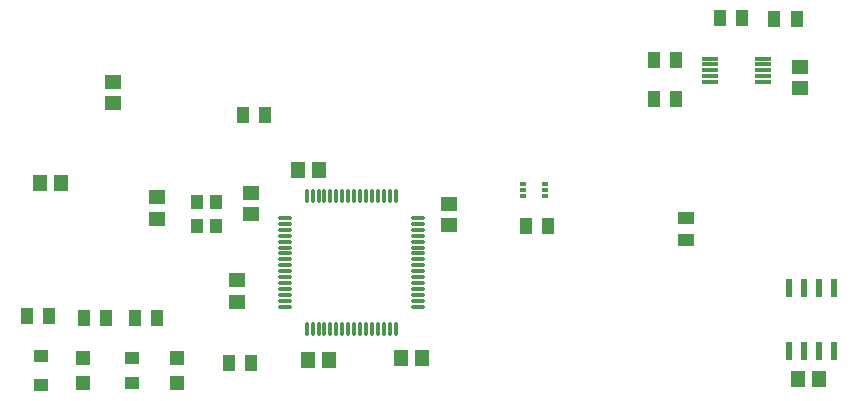
<source format=gbr>
%FSTAX23Y23*%
%MOIN*%
%SFA1B1*%

%IPPOS*%
%AMD21*
4,1,8,-0.026500,0.004000,-0.026500,-0.004000,-0.024500,-0.006000,0.024500,-0.006000,0.026500,-0.004000,0.026500,0.004000,0.024500,0.006000,-0.024500,0.006000,-0.026500,0.004000,0.0*
1,1,0.004000,-0.024500,0.004000*
1,1,0.004000,-0.024500,-0.004000*
1,1,0.004000,0.024500,-0.004000*
1,1,0.004000,0.024500,0.004000*
%
%ADD10R,0.043000X0.051000*%
%ADD11R,0.047000X0.047000*%
%ADD12R,0.041000X0.055000*%
%ADD13R,0.024000X0.012000*%
%ADD14R,0.045000X0.057000*%
%ADD15R,0.057000X0.045000*%
%ADD16O,0.051000X0.012000*%
%ADD17O,0.012000X0.051000*%
%ADD18R,0.049000X0.043000*%
%ADD19R,0.055000X0.041000*%
%ADD20R,0.024000X0.059000*%
G04~CAMADD=21~8~0.0~0.0~120.0~530.0~20.0~0.0~15~0.0~0.0~0.0~0.0~0~0.0~0.0~0.0~0.0~0~0.0~0.0~0.0~90.0~530.0~120.0*
%ADD21D21*%
%ADD22R,0.047000X0.043000*%
%LNbatt_man_rev2_paste_top-1*%
%LPD*%
G54D10*
X0111Y01251D03*
Y0117D03*
X01046D03*
Y01251D03*
G54D11*
X0098Y00731D03*
Y00649D03*
X00665D03*
Y00731D03*
G54D12*
X01153Y00715D03*
X01227D03*
X01198Y0154D03*
X01272D03*
X00552Y0087D03*
X00478D03*
X02217Y0117D03*
X02143D03*
X02862Y01865D03*
X02788D03*
X02568Y01725D03*
X02642D03*
X02568Y01595D03*
X02642D03*
X00668Y00865D03*
X00742D03*
X00838D03*
X00912D03*
X03045Y0186D03*
X0297D03*
G54D13*
X02207Y0127D03*
Y0129D03*
Y0131D03*
X02133D03*
Y0129D03*
Y0127D03*
G54D14*
X00593Y01315D03*
X00523D03*
X01795Y00732D03*
X01725D03*
X01485Y00725D03*
X01415D03*
X01383Y01356D03*
X01454D03*
X0305Y0066D03*
X0312D03*
G54D15*
X00912Y01266D03*
Y01195D03*
X0118Y00919D03*
Y0099D03*
X01885Y01245D03*
Y01174D03*
X03055Y0163D03*
Y017D03*
X01225Y0128D03*
Y0121D03*
X00765Y0165D03*
Y0158D03*
G54D16*
X01338Y01198D03*
Y01178D03*
Y01158D03*
Y01139D03*
Y01119D03*
Y01099D03*
Y0108D03*
Y0106D03*
Y0104D03*
Y0102D03*
Y01001D03*
Y00981D03*
Y00961D03*
Y00942D03*
Y00922D03*
Y00902D03*
X01782D03*
Y00922D03*
Y00942D03*
Y00961D03*
Y00981D03*
Y01001D03*
Y0102D03*
Y0104D03*
Y0106D03*
Y0108D03*
Y01099D03*
Y01119D03*
Y01139D03*
Y01158D03*
Y01178D03*
Y01198D03*
G54D17*
X01412Y00828D03*
X01432D03*
X01452D03*
X01471D03*
X01491D03*
X01511D03*
X0153D03*
X0155D03*
X0157D03*
X0159D03*
X01609D03*
X01629D03*
X01649D03*
X01668D03*
X01688D03*
X01708D03*
Y01272D03*
X01688D03*
X01668D03*
X01649D03*
X01629D03*
X01609D03*
X0159D03*
X0157D03*
X0155D03*
X0153D03*
X01511D03*
X01491D03*
X01471D03*
X01452D03*
X01432D03*
X01412D03*
G54D18*
X00525Y00739D03*
Y00641D03*
G54D19*
X02675Y01123D03*
Y01197D03*
G54D20*
X0302Y00755D03*
X0307D03*
X0312D03*
X0317D03*
Y00964D03*
X0312D03*
X0307D03*
X0302D03*
G54D21*
X02757Y01651D03*
Y0167D03*
Y0169D03*
Y0171D03*
X02933Y01651D03*
Y0167D03*
Y0169D03*
Y0171D03*
X02757Y01729D03*
X02933D03*
G54D22*
X0083Y00649D03*
Y00731D03*
M02*
</source>
